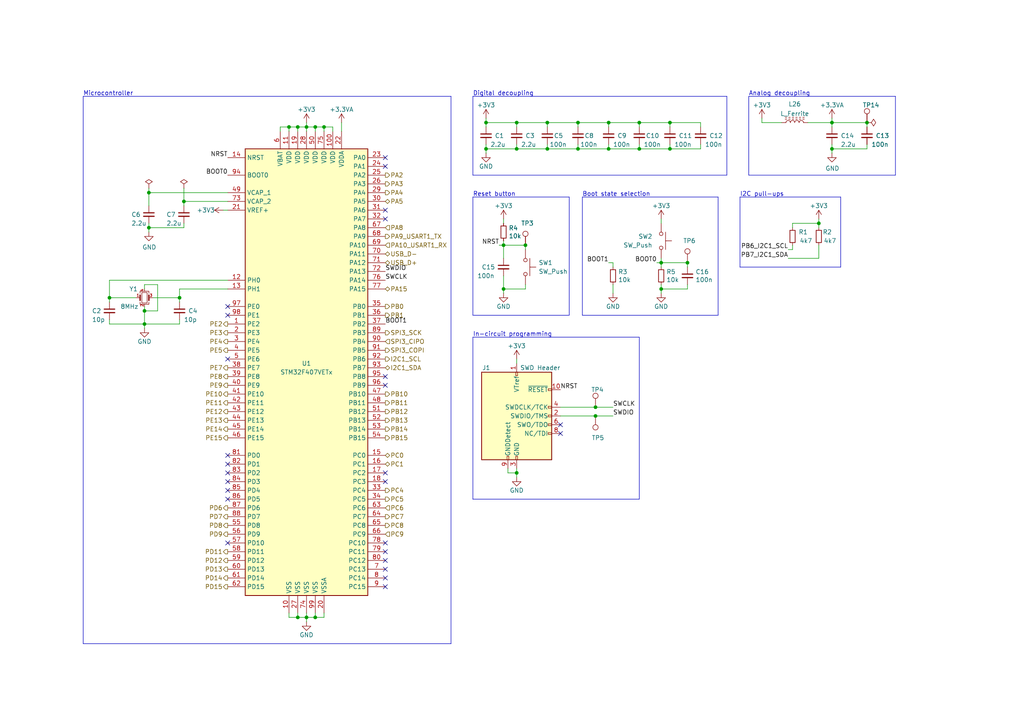
<source format=kicad_sch>
(kicad_sch (version 20230121) (generator eeschema)
  (paper "A4")
  (title_block (title "LumenPnP Motherboard") (date "2023-07-30") (rev "005") (company "Opulo"))
  (lib_symbols
    (symbol "Connector:Conn_ARM_JTAG_SWD_10" (pin_names (offset 1.016))
      (property "Reference" "J" (at -2.54 16.51 0))
      (property "Value" "Conn_ARM_JTAG_SWD_10" (at -2.54 13.97 0))
      (symbol "Conn_ARM_JTAG_SWD_10_0_1"
        (rectangle (start -10.16 12.7) (end 10.16 -12.7) (stroke (width 0.254)) (fill (type background)))
        (rectangle (start -2.794 -12.7) (end -2.286 -11.684))
        (rectangle (start -0.254 -12.7) (end 0.254 -11.684))
        (rectangle (start -0.254 12.7) (end 0.254 11.684))
        (rectangle (start 9.144 2.286) (end 10.16 2.794))
        (rectangle (start 10.16 -2.794) (end 9.144 -2.286))
        (rectangle (start 10.16 -0.254) (end 9.144 0.254))
        (rectangle (start 10.16 7.874) (end 9.144 7.366))
      )
      (symbol "Conn_ARM_JTAG_SWD_10_1_1"
        (rectangle (start 9.144 -5.334) (end 10.16 -4.826))
        (pin power_in line (at 0 15.24 270) (length 2.54) (name "VTref") (number "1"))
        (pin open_collector line (at 12.7 7.62 180) (length 2.54) (name "~{RESET}") (number "10"))
        (pin bidirectional line (at 12.7 0 180) (length 2.54) (name "SWDIO/TMS") (number "2"))
        (pin power_in line (at 0 -15.24 90) (length 2.54) (name "GND") (number "3"))
        (pin output line (at 12.7 2.54 180) (length 2.54) (name "SWDCLK/TCK") (number "4"))
        (pin passive line (at 0 -15.24 90) (length 2.54) hide (name "GND") (number "5"))
        (pin input line (at 12.7 -2.54 180) (length 2.54) (name "SWO/TDO") (number "6"))
        (pin no_connect line (at -10.16 0 0) (length 2.54) hide (name "KEY") (number "7"))
        (pin output line (at 12.7 -5.08 180) (length 2.54) (name "NC/TDI") (number "8"))
        (pin passive line (at -2.54 -15.24 90) (length 2.54) (name "GNDDetect") (number "9"))
      )
    )
    (symbol "Connector:TestPoint" (pin_numbers hide) (pin_names (offset 0.762) hide)
      (property "Reference" "TP" (at 0 6.858 0))
      (property "Value" "TestPoint" (at 0 5.08 0))
      (symbol "TestPoint_0_1"
        (circle (center 0 3.302) (radius 0.762))
      )
      (symbol "TestPoint_1_1"
        (pin passive line (at 0 0 90) (length 2.54) (name "1") (number "1"))
      )
    )
    (symbol "Device:C_Small" (pin_numbers hide) (pin_names (offset 0.254) hide)
      (property "Reference" "C" (at 0.254 1.778 0))
      (property "Value" "C_Small" (at 0.254 -2.032 0))
      (symbol "C_Small_0_1"
        (polyline (pts (xy -1.524 -0.508) (xy 1.524 -0.508)) (stroke (width 0.3302)))
        (polyline (pts (xy -1.524 0.508) (xy 1.524 0.508)) (stroke (width 0.3048)))
      )
      (symbol "C_Small_1_1"
        (pin passive line (at 0 2.54 270) (length 2.032) (name "~") (number "1"))
        (pin passive line (at 0 -2.54 90) (length 2.032) (name "~") (number "2"))
      )
    )
    (symbol "Device:Crystal_GND24_Small" (pin_names (offset 1.016) hide)
      (property "Reference" "Y" (at 1.27 4.445 0))
      (property "Value" "Crystal_GND24_Small" (at 1.27 2.54 0))
      (symbol "Crystal_GND24_Small_0_1"
        (rectangle (start -0.762 -1.524) (end 0.762 1.524))
        (polyline (pts (xy -1.27 -0.762) (xy -1.27 0.762)) (stroke (width 0.381)))
        (polyline (pts (xy 1.27 -0.762) (xy 1.27 0.762)) (stroke (width 0.381)))
        (polyline (pts (xy -1.27 -1.27) (xy -1.27 -1.905) (xy 1.27 -1.905) (xy 1.27 -1.27)))
        (polyline (pts (xy -1.27 1.27) (xy -1.27 1.905) (xy 1.27 1.905) (xy 1.27 1.27)))
      )
      (symbol "Crystal_GND24_Small_1_1"
        (pin passive line (at -2.54 0 0) (length 1.27) (name "1") (number "1"))
        (pin passive line (at 0 -2.54 90) (length 0.635) (name "2") (number "2"))
        (pin passive line (at 2.54 0 180) (length 1.27) (name "3") (number "3"))
        (pin passive line (at 0 2.54 270) (length 0.635) (name "4") (number "4"))
      )
    )
    (symbol "Device:L_Ferrite" (pin_numbers hide) (pin_names (offset 1.016) hide)
      (property "Reference" "L" (at -1.27 0 90))
      (property "Value" "L_Ferrite" (at 2.794 0 90))
      (symbol "L_Ferrite_0_1"
        (arc (start 0 -2.54) (mid 0.6323 -1.905) (end 0 -1.27))
        (arc (start 0 -1.27) (mid 0.6323 -0.635) (end 0 0))
        (polyline (pts (xy 1.016 -2.794) (xy 1.016 -2.286)))
        (polyline (pts (xy 1.016 -1.778) (xy 1.016 -1.27)))
        (polyline (pts (xy 1.016 -0.762) (xy 1.016 -0.254)))
        (polyline (pts (xy 1.016 0.254) (xy 1.016 0.762)))
        (polyline (pts (xy 1.016 1.27) (xy 1.016 1.778)))
        (polyline (pts (xy 1.016 2.286) (xy 1.016 2.794)))
        (polyline (pts (xy 1.524 -2.286) (xy 1.524 -2.794)))
        (polyline (pts (xy 1.524 -1.27) (xy 1.524 -1.778)))
        (polyline (pts (xy 1.524 -0.254) (xy 1.524 -0.762)))
        (polyline (pts (xy 1.524 0.762) (xy 1.524 0.254)))
        (polyline (pts (xy 1.524 1.778) (xy 1.524 1.27)))
        (polyline (pts (xy 1.524 2.794) (xy 1.524 2.286)))
        (arc (start 0 0) (mid 0.6323 0.635) (end 0 1.27))
        (arc (start 0 1.27) (mid 0.6323 1.905) (end 0 2.54))
      )
      (symbol "L_Ferrite_1_1"
        (pin passive line (at 0 3.81 270) (length 1.27) (name "1") (number "1"))
        (pin passive line (at 0 -3.81 90) (length 1.27) (name "2") (number "2"))
      )
    )
    (symbol "Device:R_Small" (pin_numbers hide) (pin_names (offset 0.254) hide)
      (property "Reference" "R" (at 0.762 0.508 0))
      (property "Value" "R_Small" (at 0.762 -1.016 0))
      (symbol "R_Small_0_1"
        (rectangle (start -0.762 1.778) (end 0.762 -1.778) (stroke (width 0.2032)))
      )
      (symbol "R_Small_1_1"
        (pin passive line (at 0 2.54 270) (length 0.762) (name "~") (number "1"))
        (pin passive line (at 0 -2.54 90) (length 0.762) (name "~") (number "2"))
      )
    )
    (symbol "MCU_ST_STM32F4:STM32F407VETx"
      (property "Reference" "U" (at -17.78 64.77 0))
      (property "Value" "STM32F407VETx" (at 12.7 64.77 0))
      (symbol "STM32F407VETx_0_1"
        (rectangle (start -17.78 -66.04) (end 17.78 63.5) (stroke (width 0.254)) (fill (type background)))
      )
      (symbol "STM32F407VETx_1_1"
        (pin bidirectional line (at -22.86 12.7 0) (length 5.08) (name "PE2") (number "1"))
        (pin power_in line (at -5.08 -71.12 90) (length 5.08) (name "VSS") (number "10"))
        (pin power_in line (at 7.62 68.58 270) (length 5.08) (name "VDD") (number "100"))
        (pin power_in line (at -5.08 68.58 270) (length 5.08) (name "VDD") (number "11"))
        (pin input line (at -22.86 25.4 0) (length 5.08) (name "PH0") (number "12"))
        (pin input line (at -22.86 22.86 0) (length 5.08) (name "PH1") (number "13"))
        (pin input line (at -22.86 60.96 0) (length 5.08) (name "NRST") (number "14"))
        (pin bidirectional line (at 22.86 -25.4 180) (length 5.08) (name "PC0") (number "15"))
        (pin bidirectional line (at 22.86 -27.94 180) (length 5.08) (name "PC1") (number "16"))
        (pin bidirectional line (at 22.86 -30.48 180) (length 5.08) (name "PC2") (number "17"))
        (pin bidirectional line (at 22.86 -33.02 180) (length 5.08) (name "PC3") (number "18"))
        (pin power_in line (at -2.54 68.58 270) (length 5.08) (name "VDD") (number "19"))
        (pin bidirectional line (at -22.86 10.16 0) (length 5.08) (name "PE3") (number "2"))
        (pin power_in line (at 5.08 -71.12 90) (length 5.08) (name "VSSA") (number "20"))
        (pin power_in line (at -22.86 45.72 0) (length 5.08) (name "VREF+") (number "21"))
        (pin power_in line (at 10.16 68.58 270) (length 5.08) (name "VDDA") (number "22"))
        (pin bidirectional line (at 22.86 60.96 180) (length 5.08) (name "PA0") (number "23"))
        (pin bidirectional line (at 22.86 58.42 180) (length 5.08) (name "PA1") (number "24"))
        (pin bidirectional line (at 22.86 55.88 180) (length 5.08) (name "PA2") (number "25"))
        (pin bidirectional line (at 22.86 53.34 180) (length 5.08) (name "PA3") (number "26"))
        (pin power_in line (at -2.54 -71.12 90) (length 5.08) (name "VSS") (number "27"))
        (pin power_in line (at 0 68.58 270) (length 5.08) (name "VDD") (number "28"))
        (pin bidirectional line (at 22.86 50.8 180) (length 5.08) (name "PA4") (number "29"))
        (pin bidirectional line (at -22.86 7.62 0) (length 5.08) (name "PE4") (number "3"))
        (pin bidirectional line (at 22.86 48.26 180) (length 5.08) (name "PA5") (number "30"))
        (pin bidirectional line (at 22.86 45.72 180) (length 5.08) (name "PA6") (number "31"))
        (pin bidirectional line (at 22.86 43.18 180) (length 5.08) (name "PA7") (number "32"))
        (pin bidirectional line (at 22.86 -35.56 180) (length 5.08) (name "PC4") (number "33"))
        (pin bidirectional line (at 22.86 -38.1 180) (length 5.08) (name "PC5") (number "34"))
        (pin bidirectional line (at 22.86 17.78 180) (length 5.08) (name "PB0") (number "35"))
        (pin bidirectional line (at 22.86 15.24 180) (length 5.08) (name "PB1") (number "36"))
        (pin bidirectional line (at 22.86 12.7 180) (length 5.08) (name "PB2") (number "37"))
        (pin bidirectional line (at -22.86 0 0) (length 5.08) (name "PE7") (number "38"))
        (pin bidirectional line (at -22.86 -2.54 0) (length 5.08) (name "PE8") (number "39"))
        (pin bidirectional line (at -22.86 5.08 0) (length 5.08) (name "PE5") (number "4"))
        (pin bidirectional line (at -22.86 -5.08 0) (length 5.08) (name "PE9") (number "40"))
        (pin bidirectional line (at -22.86 -7.62 0) (length 5.08) (name "PE10") (number "41"))
        (pin bidirectional line (at -22.86 -10.16 0) (length 5.08) (name "PE11") (number "42"))
        (pin bidirectional line (at -22.86 -12.7 0) (length 5.08) (name "PE12") (number "43"))
        (pin bidirectional line (at -22.86 -15.24 0) (length 5.08) (name "PE13") (number "44"))
        (pin bidirectional line (at -22.86 -17.78 0) (length 5.08) (name "PE14") (number "45"))
        (pin bidirectional line (at -22.86 -20.32 0) (length 5.08) (name "PE15") (number "46"))
        (pin bidirectional line (at 22.86 -7.62 180) (length 5.08) (name "PB10") (number "47"))
        (pin bidirectional line (at 22.86 -10.16 180) (length 5.08) (name "PB11") (number "48"))
        (pin power_in line (at -22.86 50.8 0) (length 5.08) (name "VCAP_1") (number "49"))
        (pin bidirectional line (at -22.86 2.54 0) (length 5.08) (name "PE6") (number "5"))
        (pin power_in line (at 2.54 68.58 270) (length 5.08) (name "VDD") (number "50"))
        (pin bidirectional line (at 22.86 -12.7 180) (length 5.08) (name "PB12") (number "51"))
        (pin bidirectional line (at 22.86 -15.24 180) (length 5.08) (name "PB13") (number "52"))
        (pin bidirectional line (at 22.86 -17.78 180) (length 5.08) (name "PB14") (number "53"))
        (pin bidirectional line (at 22.86 -20.32 180) (length 5.08) (name "PB15") (number "54"))
        (pin bidirectional line (at -22.86 -45.72 0) (length 5.08) (name "PD8") (number "55"))
        (pin bidirectional line (at -22.86 -48.26 0) (length 5.08) (name "PD9") (number "56"))
        (pin bidirectional line (at -22.86 -50.8 0) (length 5.08) (name "PD10") (number "57"))
        (pin bidirectional line (at -22.86 -53.34 0) (length 5.08) (name "PD11") (number "58"))
        (pin bidirectional line (at -22.86 -55.88 0) (length 5.08) (name "PD12") (number "59"))
        (pin power_in line (at -7.62 68.58 270) (length 5.08) (name "VBAT") (number "6"))
        (pin bidirectional line (at -22.86 -58.42 0) (length 5.08) (name "PD13") (number "60"))
        (pin bidirectional line (at -22.86 -60.96 0) (length 5.08) (name "PD14") (number "61"))
        (pin bidirectional line (at -22.86 -63.5 0) (length 5.08) (name "PD15") (number "62"))
        (pin bidirectional line (at 22.86 -40.64 180) (length 5.08) (name "PC6") (number "63"))
        (pin bidirectional line (at 22.86 -43.18 180) (length 5.08) (name "PC7") (number "64"))
        (pin bidirectional line (at 22.86 -45.72 180) (length 5.08) (name "PC8") (number "65"))
        (pin bidirectional line (at 22.86 -48.26 180) (length 5.08) (name "PC9") (number "66"))
        (pin bidirectional line (at 22.86 40.64 180) (length 5.08) (name "PA8") (number "67"))
        (pin bidirectional line (at 22.86 38.1 180) (length 5.08) (name "PA9") (number "68"))
        (pin bidirectional line (at 22.86 35.56 180) (length 5.08) (name "PA10") (number "69"))
        (pin bidirectional line (at 22.86 -58.42 180) (length 5.08) (name "PC13") (number "7"))
        (pin bidirectional line (at 22.86 33.02 180) (length 5.08) (name "PA11") (number "70"))
        (pin bidirectional line (at 22.86 30.48 180) (length 5.08) (name "PA12") (number "71"))
        (pin bidirectional line (at 22.86 27.94 180) (length 5.08) (name "PA13") (number "72"))
        (pin power_in line (at -22.86 48.26 0) (length 5.08) (name "VCAP_2") (number "73"))
        (pin power_in line (at 0 -71.12 90) (length 5.08) (name "VSS") (number "74"))
        (pin power_in line (at 5.08 68.58 270) (length 5.08) (name "VDD") (number "75"))
        (pin bidirectional line (at 22.86 25.4 180) (length 5.08) (name "PA14") (number "76"))
        (pin bidirectional line (at 22.86 22.86 180) (length 5.08) (name "PA15") (number "77"))
        (pin bidirectional line (at 22.86 -50.8 180) (length 5.08) (name "PC10") (number "78"))
        (pin bidirectional line (at 22.86 -53.34 180) (length 5.08) (name "PC11") (number "79"))
        (pin bidirectional line (at 22.86 -60.96 180) (length 5.08) (name "PC14") (number "8"))
        (pin bidirectional line (at 22.86 -55.88 180) (length 5.08) (name "PC12") (number "80"))
        (pin bidirectional line (at -22.86 -25.4 0) (length 5.08) (name "PD0") (number "81"))
        (pin bidirectional line (at -22.86 -27.94 0) (length 5.08) (name "PD1") (number "82"))
        (pin bidirectional line (at -22.86 -30.48 0) (length 5.08) (name "PD2") (number "83"))
        (pin bidirectional line (at -22.86 -33.02 0) (length 5.08) (name "PD3") (number "84"))
        (pin bidirectional line (at -22.86 -35.56 0) (length 5.08) (name "PD4") (number "85"))
        (pin bidirectional line (at -22.86 -38.1 0) (length 5.08) (name "PD5") (number "86"))
        (pin bidirectional line (at -22.86 -40.64 0) (length 5.08) (name "PD6") (number "87"))
        (pin bidirectional line (at -22.86 -43.18 0) (length 5.08) (name "PD7") (number "88"))
        (pin bidirectional line (at 22.86 10.16 180) (length 5.08) (name "PB3") (number "89"))
        (pin bidirectional line (at 22.86 -63.5 180) (length 5.08) (name "PC15") (number "9"))
        (pin bidirectional line (at 22.86 7.62 180) (length 5.08) (name "PB4") (number "90"))
        (pin bidirectional line (at 22.86 5.08 180) (length 5.08) (name "PB5") (number "91"))
        (pin bidirectional line (at 22.86 2.54 180) (length 5.08) (name "PB6") (number "92"))
        (pin bidirectional line (at 22.86 0 180) (length 5.08) (name "PB7") (number "93"))
        (pin input line (at -22.86 55.88 0) (length 5.08) (name "BOOT0") (number "94"))
        (pin bidirectional line (at 22.86 -2.54 180) (length 5.08) (name "PB8") (number "95"))
        (pin bidirectional line (at 22.86 -5.08 180) (length 5.08) (name "PB9") (number "96"))
        (pin bidirectional line (at -22.86 17.78 0) (length 5.08) (name "PE0") (number "97"))
        (pin bidirectional line (at -22.86 15.24 0) (length 5.08) (name "PE1") (number "98"))
        (pin power_in line (at 2.54 -71.12 90) (length 5.08) (name "VSS") (number "99"))
      )
    )
    (symbol "Switch:SW_Push" (pin_numbers hide) (pin_names (offset 1.016) hide)
      (property "Reference" "SW" (at 1.27 2.54 0))
      (property "Value" "SW_Push" (at 0 -1.524 0))
      (symbol "SW_Push_0_1"
        (circle (center -2.032 0) (radius 0.508))
        (polyline (pts (xy 0 1.27) (xy 0 3.048)))
        (polyline (pts (xy 2.54 1.27) (xy -2.54 1.27)))
        (circle (center 2.032 0) (radius 0.508))
        (pin passive line (at -5.08 0 0) (length 2.54) (name "1") (number "1"))
        (pin passive line (at 5.08 0 180) (length 2.54) (name "2") (number "2"))
      )
    )
    (symbol "power:+3.3V" (power) (pin_names (offset 0))
      (property "Value" "+3.3V" (at 0 3.556 0))
      (symbol "+3.3V_0_1"
        (polyline (pts (xy -0.762 1.27) (xy 0 2.54)))
        (polyline (pts (xy 0 0) (xy 0 2.54)))
        (polyline (pts (xy 0 2.54) (xy 0.762 1.27)))
      )
      (symbol "+3.3V_1_1"
        (pin power_in line (at 0 0 90) (length 0) hide (name "+3V3") (number "1"))
      )
    )
    (symbol "power:+3.3VA" (power) (pin_names (offset 0))
      (property "Value" "+3.3VA" (at 0 3.556 0))
      (symbol "+3.3VA_0_1"
        (polyline (pts (xy -0.762 1.27) (xy 0 2.54)))
        (polyline (pts (xy 0 0) (xy 0 2.54)))
        (polyline (pts (xy 0 2.54) (xy 0.762 1.27)))
      )
      (symbol "+3.3VA_1_1"
        (pin power_in line (at 0 0 90) (length 0) hide (name "+3.3VA") (number "1"))
      )
    )
    (symbol "power:+3V3" (power) (pin_names (offset 0))
      (property "Value" "+3V3" (at 0 3.556 0))
      (symbol "+3V3_0_1"
        (polyline (pts (xy -0.762 1.27) (xy 0 2.54)))
        (polyline (pts (xy 0 0) (xy 0 2.54)))
        (polyline (pts (xy 0 2.54) (xy 0.762 1.27)))
      )
      (symbol "+3V3_1_1"
        (pin power_in line (at 0 0 90) (length 0) hide (name "+3V3") (number "1"))
      )
    )
    (symbol "power:GND" (power) (pin_names (offset 0))
      (property "Value" "GND" (at 0 -3.81 0))
      (symbol "GND_0_1"
        (polyline (pts (xy 0 0) (xy 0 -1.27) (xy 1.27 -1.27) (xy 0 -2.54) (xy -1.27 -1.27) (xy 0 -1.27)))
      )
      (symbol "GND_1_1"
        (pin power_in line (at 0 0 270) (length 0) hide (name "GND") (number "1"))
      )
    )
    (symbol "power:PWR_FLAG" (power) (pin_numbers hide) (pin_names (offset 0) hide)
      (property "Value" "PWR_FLAG" (at 0 3.81 0))
      (symbol "PWR_FLAG_0_0"
        (pin power_out line (at 0 0 90) (length 0) (name "pwr") (number "1"))
      )
      (symbol "PWR_FLAG_0_1"
        (polyline (pts (xy 0 0) (xy 0 1.27) (xy -1.016 1.905) (xy 0 2.54) (xy 1.016 1.905) (xy 0 1.27)))
      )
    )
  )
  (junction (at 167.64 43.18))
  (junction (at 241.3 35.56))
  (junction (at 172.72 118.11))
  (junction (at 185.42 43.18))
  (junction (at 91.44 179.07))
  (junction (at 237.49 64.77))
  (junction (at 88.9 179.07))
  (junction (at 191.77 76.2))
  (junction (at 31.75 86.36))
  (junction (at 41.91 93.98))
  (junction (at 146.05 83.82))
  (junction (at 53.34 58.42))
  (junction (at 199.39 76.2))
  (junction (at 241.3 43.18))
  (junction (at 167.64 35.56))
  (junction (at 158.75 35.56))
  (junction (at 172.72 120.65))
  (junction (at 191.77 83.82))
  (junction (at 43.18 66.04))
  (junction (at 88.9 36.83))
  (junction (at 86.36 179.07))
  (junction (at 43.18 55.88))
  (junction (at 149.86 137.16))
  (junction (at 149.86 35.56))
  (junction (at 176.53 35.56))
  (junction (at 86.36 36.83))
  (junction (at 140.97 43.18))
  (junction (at 52.07 86.36))
  (junction (at 93.98 36.83))
  (junction (at 194.31 43.18))
  (junction (at 149.86 43.18))
  (junction (at 83.82 36.83))
  (junction (at 41.91 90.17))
  (junction (at 146.05 71.12))
  (junction (at 91.44 36.83))
  (junction (at 140.97 35.56))
  (junction (at 152.4 71.12))
  (junction (at 185.42 35.56))
  (junction (at 158.75 43.18))
  (junction (at 194.31 35.56))
  (junction (at 251.46 35.56))
  (junction (at 176.53 43.18))
  (no_connect (at 162.56 123.19))
  (no_connect (at 66.04 157.48))
  (no_connect (at 66.04 134.62))
  (no_connect (at 66.04 142.24))
  (no_connect (at 66.04 137.16))
  (no_connect (at 66.04 144.78))
  (no_connect (at 66.04 104.14))
  (no_connect (at 66.04 91.44))
  (no_connect (at 111.76 137.16))
  (no_connect (at 111.76 162.56))
  (no_connect (at 111.76 165.1))
  (no_connect (at 111.76 111.76))
  (no_connect (at 111.76 139.7))
  (no_connect (at 66.04 132.08))
  (no_connect (at 66.04 88.9))
  (no_connect (at 111.76 63.5))
  (no_connect (at 111.76 60.96))
  (no_connect (at 162.56 125.73))
  (no_connect (at 111.76 160.02))
  (no_connect (at 111.76 45.72))
  (no_connect (at 111.76 48.26))
  (no_connect (at 111.76 167.64))
  (no_connect (at 66.04 139.7))
  (no_connect (at 111.76 170.18))
  (no_connect (at 111.76 109.22))
  (no_connect (at 111.76 157.48))
  (wire (pts (xy 203.2 41.91) (xy 203.2 43.18)))
  (wire (pts (xy 149.86 35.56) (xy 158.75 35.56)))
  (wire (pts (xy 93.98 179.07) (xy 93.98 177.8)))
  (wire (pts (xy 203.2 35.56) (xy 203.2 36.83)))
  (wire (pts (xy 140.97 43.18) (xy 140.97 41.91)))
  (wire (pts (xy 31.75 87.63) (xy 31.75 86.36)))
  (wire (pts (xy 191.77 74.93) (xy 191.77 76.2)))
  (wire (pts (xy 140.97 36.83) (xy 140.97 35.56)))
  (polyline (pts (xy 185.42 97.79) (xy 185.42 144.78)))
  (polyline (pts (xy 210.82 27.94) (xy 210.82 50.8)))
  (wire (pts (xy 172.72 118.11) (xy 162.56 118.11)))
  (wire (pts (xy 167.64 35.56) (xy 167.64 36.83)))
  (polyline (pts (xy 208.28 57.15) (xy 208.28 91.44)))
  (wire (pts (xy 66.04 83.82) (xy 52.07 83.82)))
  (wire (pts (xy 220.98 35.56) (xy 226.695 35.56)))
  (wire (pts (xy 190.5 76.2) (xy 191.77 76.2)))
  (wire (pts (xy 41.91 82.55) (xy 45.72 82.55)))
  (wire (pts (xy 88.9 177.8) (xy 88.9 179.07)))
  (polyline (pts (xy 137.16 97.79) (xy 137.16 144.78)))
  (wire (pts (xy 45.72 82.55) (xy 45.72 90.17)))
  (wire (pts (xy 96.52 36.83) (xy 96.52 38.1)))
  (wire (pts (xy 241.3 36.83) (xy 241.3 35.56)))
  (wire (pts (xy 99.06 35.56) (xy 99.06 38.1)))
  (polyline (pts (xy 259.715 27.94) (xy 259.715 50.8)))
  (polyline (pts (xy 24.13 27.94) (xy 130.81 27.94)))
  (wire (pts (xy 172.72 120.65) (xy 162.56 120.65)))
  (polyline (pts (xy 214.63 57.15) (xy 214.63 77.47)))
  (wire (pts (xy 220.98 34.29) (xy 220.98 35.56)))
  (wire (pts (xy 41.91 93.98) (xy 41.91 95.25)))
  (wire (pts (xy 149.86 35.56) (xy 149.86 36.83)))
  (wire (pts (xy 52.07 92.71) (xy 52.07 93.98)))
  (wire (pts (xy 251.46 35.56) (xy 251.46 36.83)))
  (wire (pts (xy 199.39 83.82) (xy 199.39 82.55)))
  (polyline (pts (xy 208.28 91.44) (xy 168.91 91.44)))
  (wire (pts (xy 140.97 35.56) (xy 149.86 35.56)))
  (wire (pts (xy 147.32 137.16) (xy 149.86 137.16)))
  (wire (pts (xy 251.46 43.18) (xy 241.3 43.18)))
  (polyline (pts (xy 168.91 57.15) (xy 208.28 57.15)))
  (wire (pts (xy 152.4 83.82) (xy 152.4 82.55)))
  (wire (pts (xy 31.75 92.71) (xy 31.75 93.98)))
  (wire (pts (xy 158.75 43.18) (xy 158.75 41.91)))
  (wire (pts (xy 31.75 93.98) (xy 41.91 93.98)))
  (wire (pts (xy 91.44 36.83) (xy 91.44 38.1)))
  (wire (pts (xy 83.82 36.83) (xy 83.82 38.1)))
  (polyline (pts (xy 217.17 27.94) (xy 259.715 27.94)))
  (wire (pts (xy 152.4 72.39) (xy 152.4 71.12)))
  (wire (pts (xy 185.42 35.56) (xy 185.42 36.83)))
  (wire (pts (xy 146.05 83.82) (xy 152.4 83.82)))
  (wire (pts (xy 149.86 137.16) (xy 149.86 135.89)))
  (polyline (pts (xy 137.16 57.15) (xy 137.16 91.44)))
  (wire (pts (xy 88.9 36.83) (xy 91.44 36.83)))
  (wire (pts (xy 43.18 66.04) (xy 53.34 66.04)))
  (wire (pts (xy 53.34 64.77) (xy 53.34 66.04)))
  (wire (pts (xy 237.49 64.77) (xy 237.49 66.04)))
  (wire (pts (xy 228.6 72.39) (xy 229.87 72.39)))
  (wire (pts (xy 86.36 177.8) (xy 86.36 179.07)))
  (polyline (pts (xy 243.84 57.15) (xy 243.84 77.47)))
  (wire (pts (xy 53.34 58.42) (xy 66.04 58.42)))
  (wire (pts (xy 88.9 179.07) (xy 88.9 180.34)))
  (polyline (pts (xy 185.42 144.78) (xy 137.16 144.78)))
  (wire (pts (xy 43.18 64.77) (xy 43.18 66.04)))
  (wire (pts (xy 81.28 36.83) (xy 83.82 36.83)))
  (polyline (pts (xy 130.81 186.69) (xy 24.13 186.69)))
  (polyline (pts (xy 137.16 57.15) (xy 165.1 57.15)))
  (wire (pts (xy 146.05 80.01) (xy 146.05 83.82)))
  (polyline (pts (xy 259.715 50.8) (xy 217.17 50.8)))
  (wire (pts (xy 149.86 104.14) (xy 149.86 105.41)))
  (wire (pts (xy 146.05 71.12) (xy 146.05 74.93)))
  (wire (pts (xy 83.82 177.8) (xy 83.82 179.07)))
  (wire (pts (xy 81.28 38.1) (xy 81.28 36.83)))
  (wire (pts (xy 43.18 55.88) (xy 66.04 55.88)))
  (polyline (pts (xy 214.63 57.15) (xy 243.84 57.15)))
  (wire (pts (xy 167.64 35.56) (xy 176.53 35.56)))
  (wire (pts (xy 241.3 43.18) (xy 241.3 41.91)))
  (wire (pts (xy 228.6 74.93) (xy 237.49 74.93)))
  (wire (pts (xy 191.77 76.2) (xy 199.39 76.2)))
  (wire (pts (xy 146.05 71.12) (xy 146.05 69.85)))
  (wire (pts (xy 88.9 35.56) (xy 88.9 36.83)))
  (wire (pts (xy 52.07 83.82) (xy 52.07 86.36)))
  (wire (pts (xy 43.18 55.88) (xy 43.18 59.69)))
  (wire (pts (xy 31.75 86.36) (xy 39.37 86.36)))
  (wire (pts (xy 41.91 83.82) (xy 41.91 82.55)))
  (wire (pts (xy 194.31 35.56) (xy 194.31 36.83)))
  (wire (pts (xy 176.53 35.56) (xy 176.53 36.83)))
  (wire (pts (xy 149.86 43.18) (xy 140.97 43.18)))
  (wire (pts (xy 86.36 36.83) (xy 88.9 36.83)))
  (wire (pts (xy 91.44 179.07) (xy 93.98 179.07)))
  (wire (pts (xy 43.18 54.61) (xy 43.18 55.88)))
  (wire (pts (xy 241.3 43.18) (xy 241.3 44.45)))
  (wire (pts (xy 177.8 76.2) (xy 177.8 77.47)))
  (wire (pts (xy 203.2 43.18) (xy 194.31 43.18)))
  (wire (pts (xy 83.82 36.83) (xy 86.36 36.83)))
  (wire (pts (xy 53.34 54.61) (xy 53.34 58.42)))
  (wire (pts (xy 241.3 35.56) (xy 251.46 35.56)))
  (wire (pts (xy 149.86 43.18) (xy 149.86 41.91)))
  (polyline (pts (xy 165.1 91.44) (xy 165.1 57.15)))
  (wire (pts (xy 229.87 64.77) (xy 229.87 66.04)))
  (wire (pts (xy 176.53 76.2) (xy 177.8 76.2)))
  (wire (pts (xy 191.77 63.5) (xy 191.77 64.77)))
  (wire (pts (xy 88.9 36.83) (xy 88.9 38.1)))
  (wire (pts (xy 191.77 82.55) (xy 191.77 83.82)))
  (wire (pts (xy 44.45 86.36) (xy 52.07 86.36)))
  (wire (pts (xy 91.44 177.8) (xy 91.44 179.07)))
  (wire (pts (xy 167.64 43.18) (xy 158.75 43.18)))
  (wire (pts (xy 31.75 81.28) (xy 31.75 86.36)))
  (wire (pts (xy 93.98 36.83) (xy 93.98 38.1)))
  (wire (pts (xy 251.46 41.91) (xy 251.46 43.18)))
  (polyline (pts (xy 217.17 27.94) (xy 217.17 50.8)))
  (polyline (pts (xy 168.91 57.15) (xy 168.91 91.44)))
  (wire (pts (xy 185.42 35.56) (xy 194.31 35.56)))
  (wire (pts (xy 53.34 58.42) (xy 53.34 59.69)))
  (wire (pts (xy 146.05 63.5) (xy 146.05 64.77)))
  (polyline (pts (xy 243.84 77.47) (xy 214.63 77.47)))
  (wire (pts (xy 237.49 63.5) (xy 237.49 64.77)))
  (wire (pts (xy 237.49 71.12) (xy 237.49 74.93)))
  (wire (pts (xy 147.32 137.16) (xy 147.32 135.89)))
  (wire (pts (xy 194.31 43.18) (xy 194.31 41.91)))
  (polyline (pts (xy 137.16 91.44) (xy 165.1 91.44)))
  (wire (pts (xy 241.3 34.29) (xy 241.3 35.56)))
  (wire (pts (xy 88.9 179.07) (xy 91.44 179.07)))
  (wire (pts (xy 86.36 179.07) (xy 88.9 179.07)))
  (wire (pts (xy 86.36 36.83) (xy 86.36 38.1)))
  (wire (pts (xy 52.07 86.36) (xy 52.07 87.63)))
  (wire (pts (xy 234.315 35.56) (xy 241.3 35.56)))
  (wire (pts (xy 41.91 88.9) (xy 41.91 90.17)))
  (wire (pts (xy 176.53 35.56) (xy 185.42 35.56)))
  (wire (pts (xy 41.91 93.98) (xy 52.07 93.98)))
  (wire (pts (xy 41.91 90.17) (xy 45.72 90.17)))
  (polyline (pts (xy 137.16 97.79) (xy 185.42 97.79)))
  (wire (pts (xy 43.18 66.04) (xy 43.18 67.31)))
  (wire (pts (xy 158.75 35.56) (xy 158.75 36.83)))
  (wire (pts (xy 140.97 43.18) (xy 140.97 44.45)))
  (polyline (pts (xy 137.16 27.94) (xy 210.82 27.94)))
  (wire (pts (xy 191.77 83.82) (xy 199.39 83.82)))
  (wire (pts (xy 199.39 77.47) (xy 199.39 76.2)))
  (wire (pts (xy 152.4 71.12) (xy 146.05 71.12)))
  (wire (pts (xy 185.42 43.18) (xy 185.42 41.91)))
  (wire (pts (xy 140.97 34.29) (xy 140.97 35.56)))
  (wire (pts (xy 194.31 35.56) (xy 203.2 35.56)))
  (wire (pts (xy 177.8 82.55) (xy 177.8 85.09)))
  (wire (pts (xy 185.42 43.18) (xy 176.53 43.18)))
  (wire (pts (xy 91.44 36.83) (xy 93.98 36.83)))
  (wire (pts (xy 144.78 71.12) (xy 146.05 71.12)))
  (wire (pts (xy 176.53 43.18) (xy 167.64 43.18)))
  (wire (pts (xy 41.91 90.17) (xy 41.91 93.98)))
  (wire (pts (xy 167.64 43.18) (xy 167.64 41.91)))
  (wire (pts (xy 191.77 83.82) (xy 191.77 85.09)))
  (polyline (pts (xy 24.13 27.94) (xy 24.13 186.69)))
  (wire (pts (xy 229.87 64.77) (xy 237.49 64.77)))
  (wire (pts (xy 64.77 60.96) (xy 66.04 60.96)))
  (wire (pts (xy 177.8 120.65) (xy 172.72 120.65)))
  (wire (pts (xy 31.75 81.28) (xy 66.04 81.28)))
  (polyline (pts (xy 210.82 50.8) (xy 137.16 50.8)))
  (wire (pts (xy 158.75 35.56) (xy 167.64 35.56)))
  (polyline (pts (xy 130.81 27.94) (xy 130.81 186.69)))
  (wire (pts (xy 194.31 43.18) (xy 185.42 43.18)))
  (wire (pts (xy 191.77 76.2) (xy 191.77 77.47)))
  (wire (pts (xy 93.98 36.83) (xy 96.52 36.83)))
  (wire (pts (xy 177.8 118.11) (xy 172.72 118.11)))
  (wire (pts (xy 83.82 179.07) (xy 86.36 179.07)))
  (wire (pts (xy 149.86 137.16) (xy 149.86 138.43)))
  (wire (pts (xy 176.53 43.18) (xy 176.53 41.91)))
  (polyline (pts (xy 137.16 27.94) (xy 137.16 50.8)))
  (wire (pts (xy 146.05 83.82) (xy 146.05 85.09)))
  (wire (pts (xy 158.75 43.18) (xy 149.86 43.18)))
  (wire (pts (xy 229.87 72.39) (xy 229.87 71.12)))
  (text "Analog decoupling" (at 217.17 27.94 0) (effects (font (size 1.27 1.27)) (justify left bottom)))
  (text "Reset button" (at 137.16 57.15 0) (effects (font (size 1.27 1.27)) (justify left bottom)))
  (text "Microcontroller" (at 24.13 27.94 0) (effects (font (size 1.27 1.27)) (justify left bottom)))
  (text "Boot state selection" (at 168.91 57.15 0) (effects (font (size 1.27 1.27)) (justify left bottom)))
  (text "Digital decoupling" (at 137.16 27.94 0) (effects (font (size 1.27 1.27)) (justify left bottom)))
  (text "In-circuit programming" (at 137.16 97.79 0) (effects (font (size 1.27 1.27)) (justify left bottom)))
  (text "I2C pull-ups" (at 214.63 57.15 0) (effects (font (size 1.27 1.27)) (justify left bottom)))
  (label "BOOT1" (at 176.53 76.2 180))
  (label "SWCLK" (at 111.76 81.28 0))
  (label "SWDIO" (at 111.76 78.74 0))
  (label "BOOT1" (at 111.76 93.98 0))
  (label "NRST" (at 66.04 45.72 180))
  (label "BOOT0" (at 190.5 76.2 180))
  (label "NRST" (at 162.56 113.03 0))
  (label "SWDIO" (at 177.8 120.65 0))
  (label "BOOT0" (at 66.04 50.8 180))
  (label "SWCLK" (at 177.8 118.11 0))
  (label "PB7_I2C1_SDA" (at 228.6 74.93 180))
  (label "PB6_I2C1_SCL" (at 228.6 72.39 180))
  (label "NRST" (at 144.78 71.12 180))
  (hierarchical_label "PE4" (shape output) (at 66.04 99.06 180))
  (hierarchical_label "PE9" (shape output) (at 66.04 111.76 180))
  (hierarchical_label "PB12" (shape output) (at 111.76 119.38 0))
  (hierarchical_label "PC5" (shape output) (at 111.76 144.78 0))
  (hierarchical_label "PB14" (shape output) (at 111.76 124.46 0))
  (hierarchical_label "PC0" (shape bidirectional) (at 111.76 132.08 0))
  (hierarchical_label "PB10" (shape output) (at 111.76 114.3 0))
  (hierarchical_label "PD8" (shape output) (at 66.04 152.4 180))
  (hierarchical_label "PC6" (shape input) (at 111.76 147.32 0))
  (hierarchical_label "PD7" (shape output) (at 66.04 149.86 180))
  (hierarchical_label "PA5" (shape bidirectional) (at 111.76 58.42 0))
  (hierarchical_label "PC4" (shape output) (at 111.76 142.24 0))
  (hierarchical_label "PB1" (shape output) (at 111.76 91.44 0))
  (hierarchical_label "SPI3_COPI" (shape output) (at 111.76 101.6 0))
  (hierarchical_label "SPI3_CIPO" (shape input) (at 111.76 99.06 0))
  (hierarchical_label "PE13" (shape output) (at 66.04 121.92 180))
  (hierarchical_label "PE11" (shape output) (at 66.04 116.84 180))
  (hierarchical_label "PE12" (shape output) (at 66.04 119.38 180))
  (hierarchical_label "PE2" (shape output) (at 66.04 93.98 180))
  (hierarchical_label "PE14" (shape output) (at 66.04 124.46 180))
  (hierarchical_label "PB0" (shape output) (at 111.76 88.9 0))
  (hierarchical_label "PD9" (shape output) (at 66.04 154.94 180))
  (hierarchical_label "PA3" (shape output) (at 111.76 53.34 0))
  (hierarchical_label "PD13" (shape output) (at 66.04 165.1 180))
  (hierarchical_label "PA9_USART1_TX" (shape output) (at 111.76 68.58 0))
  (hierarchical_label "PE3" (shape output) (at 66.04 96.52 180))
  (hierarchical_label "PD15" (shape output) (at 66.04 170.18 180))
  (hierarchical_label "PD14" (shape output) (at 66.04 167.64 180))
  (hierarchical_label "PD6" (shape output) (at 66.04 147.32 180))
  (hierarchical_label "PE7" (shape output) (at 66.04 106.68 180))
  (hierarchical_label "PA15" (shape bidirectional) (at 111.76 83.82 0))
  (hierarchical_label "USB_D+" (shape bidirectional) (at 111.76 76.2 0))
  (hierarchical_label "PC1" (shape bidirectional) (at 111.76 134.62 0))
  (hierarchical_label "PA2" (shape output) (at 111.76 50.8 0))
  (hierarchical_label "USB_D-" (shape bidirectional) (at 111.76 73.66 0))
  (hierarchical_label "PE5" (shape output) (at 66.04 101.6 180))
  (hierarchical_label "PB13" (shape output) (at 111.76 121.92 0))
  (hierarchical_label "PE15" (shape output) (at 66.04 127 180))
  (hierarchical_label "I2C1_SDA" (shape bidirectional) (at 111.76 106.68 0))
  (hierarchical_label "PB15" (shape output) (at 111.76 127 0))
  (hierarchical_label "PC9" (shape input) (at 111.76 154.94 0))
  (hierarchical_label "I2C1_SCL" (shape output) (at 111.76 104.14 0))
  (hierarchical_label "PA4" (shape output) (at 111.76 55.88 0))
  (hierarchical_label "PE8" (shape output) (at 66.04 109.22 180))
  (hierarchical_label "PA8" (shape input) (at 111.76 66.04 0))
  (hierarchical_label "PC8" (shape output) (at 111.76 152.4 0))
  (hierarchical_label "PD11" (shape output) (at 66.04 160.02 180))
  (hierarchical_label "PB11" (shape output) (at 111.76 116.84 0))
  (hierarchical_label "PA10_USART1_RX" (shape input) (at 111.76 71.12 0))
  (hierarchical_label "PE10" (shape output) (at 66.04 114.3 180))
  (hierarchical_label "SPI3_SCK" (shape output) (at 111.76 96.52 0))
  (hierarchical_label "PD12" (shape output) (at 66.04 162.56 180))
  (hierarchical_label "PC7" (shape output) (at 111.76 149.86 0))
  (symbol (lib_id "power:GND") (at 88.9 180.34 0) (unit 1)
    (property "Reference" "#PWR09" (effects hide))
    (property "Value" "GND" (at 88.9 184.15 0))
  )
  (symbol (lib_id "Switch:SW_Push") (at 152.4 77.47 270) (mirror x) (unit 1)
    (property "Reference" "SW1" (at 156.21 76.2 90) (effects (justify left)))
    (property "Value" "SW_Push" (at 156.21 78.74 90) (effects (justify left)))
    (property "Footprint" "Button_Switch_SMD:SW_SPST_B3S-1000" (effects hide))
    (property "Datasheet" "https://omronfs.omron.com/en_US/ecb/products/pdf/en-b3s.pdf" (effects hide))
    (property "JLCPCB" "C83206" (effects hide))
    (property "Digikey" "SW415-ND" (effects hide))
    (property "LCSC" "C83206" (effects hide))
    (property "Mouser" "653-B3S-1000P" (effects hide))
  )
  (symbol (lib_id "Device:R_Small") (at 191.77 80.01 0) (unit 1)
    (property "Reference" "R5" (at 193.2686 78.8416 0) (effects (justify left)))
    (property "Value" "10k" (at 193.2686 81.153 0) (effects (justify left)))
    (property "Footprint" "Resistor_SMD:R_0805_2012Metric" (effects hide))
    (property "Digikey" "RMCF0805FT10K0CT-ND" (effects hide))
    (property "JLCPCB" "C17414" (effects hide))
    (property "LCSC" "C115295" (effects hide))
    (property "Mouser" "71-CRCW080510K0FKEAC" (effects hide))
    (property "Notes" "125mW/1%" (effects hide))
  )
  (symbol (lib_id "Switch:SW_Push") (at 191.77 69.85 270) (mirror x) (unit 1)
    (property "Reference" "SW2" (at 189.23 68.58 90) (effects (justify right)))
    (property "Value" "SW_Push" (at 189.23 71.12 90) (effects (justify right)))
    (property "Footprint" "Button_Switch_SMD:SW_SPST_B3S-1000" (effects hide))
    (property "Datasheet" "https://omronfs.omron.com/en_US/ecb/products/pdf/en-b3s.pdf" (effects hide))
    (property "JLCPCB" "C83206" (effects hide))
    (property "Digikey" "SW415-ND" (effects hide))
    (property "LCSC" "C83206" (effects hide))
    (property "Mouser" "653-B3S-1000P" (effects hide))
  )
  (symbol (lib_id "Connector:TestPoint") (at 199.39 76.2 0) (unit 1)
    (property "Reference" "TP6" (at 198.12 69.85 0) (effects (justify left)))
    (property "Value" "BOOT0_TestPoint" (effects hide))
    (property "Footprint" "TestPoint:TestPoint_Pad_D2.0mm" (effects hide))
  )
  (symbol (lib_id "Device:C_Small") (at 194.31 39.37 0) (unit 1)
    (property "Reference" "C11" (at 196.85 39.37 0) (effects (justify left)))
    (property "Value" "100n" (at 195.58 41.91 0) (effects (justify left)))
    (property "Footprint" "Capacitor_SMD:C_0805_2012Metric" (effects hide))
    (property "Digikey" "1276-1180-1-ND" (effects hide))
    (property "JLCPCB" "C49678" (effects hide))
    (property "LCSC" "C360619" (effects hide))
    (property "Mouser" "581-08055C104K" (effects hide))
    (property "Notes" "50V/10%" (effects hide))
  )
  (symbol (lib_id "Device:C_Small") (at 203.2 39.37 0) (unit 1)
    (property "Reference" "C12" (at 205.74 39.37 0) (effects (justify left)))
    (property "Value" "100n" (at 204.47 41.91 0) (effects (justify left)))
    (property "Footprint" "Capacitor_SMD:C_0805_2012Metric" (effects hide))
    (property "Digikey" "1276-1180-1-ND" (effects hide))
    (property "JLCPCB" "C49678" (effects hide))
    (property "LCSC" "C360619" (effects hide))
    (property "Mouser" "581-08055C104K" (effects hide))
    (property "Notes" "50V/10%" (effects hide))
  )
  (symbol (lib_id "Device:C_Small") (at 140.97 39.37 0) (unit 1)
    (property "Reference" "C1" (at 143.51 39.37 0) (effects (justify left)))
    (property "Value" "2.2u" (at 142.24 41.91 0) (effects (justify left)))
    (property "Footprint" "Capacitor_SMD:C_0805_2012Metric" (effects hide))
    (property "Digikey" "587-4961-1-ND" (effects hide))
    (property "JLCPCB" "C49217" (effects hide))
    (property "LCSC" "C49217" (effects hide))
    (property "Mouser" "963-UMK212ABJ225KG-T" (effects hide))
    (property "Notes" "50V/10%" (effects hide))
  )
  (symbol (lib_id "power:+3.3VA") (at 241.3 34.29 0) (unit 1)
    (property "Reference" "#PWR014" (effects hide))
    (property "Value" "+3.3VA" (at 241.3 30.48 0))
  )
  (symbol (lib_id "power:+3.3V") (at 149.86 104.14 0) (unit 1)
    (property "Reference" "#PWR020" (effects hide))
    (property "Value" "+3.3V" (at 149.86 100.33 0))
  )
  (symbol (lib_id "Device:C_Small") (at 146.05 77.47 0) (unit 1)
    (property "Reference" "C15" (at 139.7 77.47 0) (effects (justify left)))
    (property "Value" "100n" (at 138.43 80.01 0) (effects (justify left)))
    (property "Footprint" "Capacitor_SMD:C_0805_2012Metric" (effects hide))
    (property "Digikey" "1276-1180-1-ND" (effects hide))
    (property "JLCPCB" "C49678" (effects hide))
    (property "LCSC" "C360619" (effects hide))
    (property "Mouser" "581-08055C104K" (effects hide))
    (property "Notes" "50V/10%" (effects hide))
  )
  (symbol (lib_id "Device:C_Small") (at 43.18 62.23 0) (unit 1)
    (property "Reference" "C6" (at 38.1 62.23 0) (effects (justify left)))
    (property "Value" "2.2u" (at 38.1 64.77 0) (effects (justify left)))
    (property "Footprint" "Capacitor_SMD:C_0805_2012Metric" (effects hide))
    (property "Digikey" "587-4961-1-ND" (effects hide))
    (property "JLCPCB" "C49217" (effects hide))
    (property "LCSC" "C49217" (effects hide))
    (property "Mouser" "963-UMK212ABJ225KG-T" (effects hide))
    (property "Notes" "50V/10%" (effects hide))
  )
  (symbol (lib_id "Device:C_Small") (at 167.64 39.37 0) (unit 1)
    (property "Reference" "C8" (at 169.545 39.37 0) (effects (justify left)))
    (property "Value" "100n" (at 168.275 41.91 0) (effects (justify left)))
    (property "Footprint" "Capacitor_SMD:C_0805_2012Metric" (effects hide))
    (property "Digikey" "1276-1180-1-ND" (effects hide))
    (property "JLCPCB" "C49678" (effects hide))
    (property "LCSC" "C360619" (effects hide))
    (property "Mouser" "581-08055C104K" (effects hide))
    (property "Notes" "50V/10%" (effects hide))
  )
  (symbol (lib_id "power:GND") (at 241.3 44.45 0) (unit 1)
    (property "Reference" "#PWR012" (effects hide))
    (property "Value" "GND" (at 241.427 48.8442 0))
  )
  (symbol (lib_id "power:PWR_FLAG") (at 251.46 35.56 270) (unit 1)
    (property "Reference" "#FLG03" (effects hide))
    (property "Value" "PWR_FLAG" (effects hide))
  )
  (symbol (lib_id "Connector:Conn_ARM_JTAG_SWD_10") (at 149.86 120.65 0) (unit 1)
    (property "Reference" "J1" (at 142.24 106.68 0) (effects (justify right)))
    (property "Value" "SWD Header" (at 162.56 106.68 0) (effects (justify right)))
    (property "Footprint" "Connector_PinHeader_1.27mm:PinHeader_2x05_P1.27mm_Vertical_SMD" (effects hide))
    (property "Datasheet" "http://infocenter.arm.com/help/topic/com.arm.doc.ddi0314h/DDI0314H_coresight_components_trm.pdf" (effects hide))
    (property "LCSC" "C150517" (effects hide))
    (property "Config" "+Debug" (effects hide))
  )
  (symbol (lib_id "power:+3.3VA") (at 99.06 35.56 0) (unit 1)
    (property "Reference" "#PWR010" (effects hide))
    (property "Value" "+3.3VA" (at 99.06 31.75 0))
  )
  (symbol (lib_id "power:+3.3V") (at 88.9 35.56 0) (unit 1)
    (property "Reference" "#PWR08" (effects hide))
    (property "Value" "+3.3V" (at 88.9 31.75 0))
  )
  (symbol (lib_id "Connector:TestPoint") (at 152.4 71.12 0) (unit 1)
    (property "Reference" "TP3" (at 151.13 64.77 0) (effects (justify left)))
    (property "Value" "RESET_TestPoint" (effects hide))
    (property "Footprint" "TestPoint:TestPoint_Pad_D2.0mm" (effects hide))
  )
  (symbol (lib_id "Device:C_Small") (at 176.53 39.37 0) (unit 1)
    (property "Reference" "C9" (at 179.07 39.37 0) (effects (justify left)))
    (property "Value" "100n" (at 177.8 41.91 0) (effects (justify left)))
    (property "Footprint" "Capacitor_SMD:C_0805_2012Metric" (effects hide))
    (property "Digikey" "1276-1180-1-ND" (effects hide))
    (property "JLCPCB" "C49678" (effects hide))
    (property "LCSC" "C360619" (effects hide))
    (property "Mouser" "581-08055C104K" (effects hide))
    (property "Notes" "50V/10%" (effects hide))
  )
  (symbol (lib_id "Device:C_Small") (at 185.42 39.37 0) (unit 1)
    (property "Reference" "C10" (at 187.325 39.37 0) (effects (justify left)))
    (property "Value" "100n" (at 186.69 41.91 0) (effects (justify left)))
    (property "Footprint" "Capacitor_SMD:C_0805_2012Metric" (effects hide))
    (property "Digikey" "1276-1180-1-ND" (effects hide))
    (property "JLCPCB" "C49678" (effects hide))
    (property "LCSC" "C360619" (effects hide))
    (property "Mouser" "581-08055C104K" (effects hide))
    (property "Notes" "50V/10%" (effects hide))
  )
  (symbol (lib_id "power:GND") (at 43.18 67.31 0) (unit 1)
    (property "Reference" "#PWR06" (effects hide))
    (property "Value" "GND" (at 43.307 71.7042 0))
  )
  (symbol (lib_id "Device:C_Small") (at 158.75 39.37 0) (unit 1)
    (property "Reference" "C5" (at 160.655 39.37 0) (effects (justify left)))
    (property "Value" "100n" (at 159.385 41.91 0) (effects (justify left)))
    (property "Footprint" "Capacitor_SMD:C_0805_2012Metric" (effects hide))
    (property "Digikey" "1276-1180-1-ND" (effects hide))
    (property "JLCPCB" "C49678" (effects hide))
    (property "LCSC" "C360619" (effects hide))
    (property "Mouser" "581-08055C104K" (effects hide))
    (property "Notes" "50V/10%" (effects hide))
  )
  (symbol (lib_id "Device:C_Small") (at 241.3 39.37 0) (unit 1)
    (property "Reference" "C14" (at 243.84 39.37 0) (effects (justify left)))
    (property "Value" "2.2u" (at 243.84 41.91 0) (effects (justify left)))
    (property "Footprint" "Capacitor_SMD:C_0805_2012Metric" (effects hide))
    (property "Digikey" "587-4961-1-ND" (effects hide))
    (property "JLCPCB" "C49217" (effects hide))
    (property "LCSC" "C49217" (effects hide))
    (property "Mouser" "963-UMK212ABJ225KG-T" (effects hide))
    (property "Notes" "50V/10%" (effects hide))
  )
  (symbol (lib_id "Device:Crystal_GND24_Small") (at 41.91 86.36 0) (unit 1)
    (property "Reference" "Y1" (at 37.465 83.82 0) (effects (justify left)))
    (property "Value" "8MHz" (at 34.925 88.9 0) (effects (justify left)))
    (property "Footprint" "Crystal:Crystal_SMD_3225-4Pin_3.2x2.5mm" (effects hide))
    (property "JLCPCB" "C57131" (effects hide))
    (property "LCSC" "C518155" (effects hide))
    (property "Digikey" "50-ECS-80-10-33-CHN-CT-ND" (effects hide))
    (property "Mouser" "520-ECS-80-1033CHNTR" (effects hide))
    (property "Notes" "±10ppm/10pF" (effects hide))
  )
  (symbol (lib_id "power:GND") (at 140.97 44.45 0) (unit 1)
    (property "Reference" "#PWR02" (effects hide))
    (property "Value" "GND" (at 140.97 48.26 0))
  )
  (symbol (lib_id "power:GND") (at 191.77 85.09 0) (unit 1)
    (property "Reference" "#PWR022" (effects hide))
    (property "Value" "GND" (at 191.77 88.9 0))
  )
  (symbol (lib_id "power:GND") (at 149.86 138.43 0) (unit 1)
    (property "Reference" "#PWR019" (effects hide))
    (property "Value" "GND" (at 149.86 142.24 0))
  )
  (symbol (lib_id "Device:R_Small") (at 229.87 68.58 0) (mirror y) (unit 1)
    (property "Reference" "R1" (at 234.315 67.31 0) (effects (justify left)))
    (property "Value" "4k7" (at 235.585 69.85 0) (effects (justify left)))
    (property "Footprint" "Resistor_SMD:R_0805_2012Metric" (effects hide))
    (property "Digikey" "A129757CT-ND" (effects hide))
    (property "JLCPCB" "C17673" (effects hide))
    (property "LCSC" "C17673" (effects hide))
    (property "Mouser" "71-CRCW08054K70FKEAC" (effects hide))
    (property "Notes" "125mW/1%" (effects hide))
  )
  (symbol (lib_id "Device:R_Small") (at 177.8 80.01 0) (unit 1)
    (property "Reference" "R3" (at 179.2986 78.8416 0) (effects (justify left)))
    (property "Value" "10k" (at 179.2986 81.153 0) (effects (justify left)))
    (property "Footprint" "Resistor_SMD:R_0805_2012Metric" (effects hide))
    (property "Digikey" "RMCF0805FT10K0CT-ND" (effects hide))
    (property "JLCPCB" "C17414" (effects hide))
    (property "LCSC" "C115295" (effects hide))
    (property "Mouser" "71-CRCW080510K0FKEAC" (effects hide))
    (property "Notes" "125mW/1%" (effects hide))
  )
  (symbol (lib_id "power:+3V3") (at 64.77 60.96 90) (unit 1)
    (property "Reference" "#PWR07" (effects hide))
    (property "Value" "+3V3" (at 59.69 60.96 90))
  )
  (symbol (lib_id "power:PWR_FLAG") (at 53.34 54.61 0) (unit 1)
    (property "Reference" "#FLG0103" (effects hide))
    (property "Value" "PWR_FLAG" (effects hide))
  )
  (symbol (lib_id "power:GND") (at 177.8 85.09 0) (unit 1)
    (property "Reference" "#PWR016" (effects hide))
    (property "Value" "GND" (at 177.8 88.9 0))
  )
  (symbol (lib_id "power:+3.3V") (at 237.49 63.5 0) (mirror y) (unit 1)
    (property "Reference" "#PWR015" (effects hide))
    (property "Value" "+3.3V" (at 237.49 59.69 0))
  )
  (symbol (lib_id "Device:L_Ferrite") (at 230.505 35.56 90) (unit 1)
    (property "Reference" "L26" (at 230.505 30.1965 90))
    (property "Value" "L_Ferrite" (at 230.505 32.9716 90))
    (property "Footprint" "Inductor_SMD:L_0805_2012Metric" (effects hide))
    (property "Digikey" "1934-1472-1-ND" (effects hide))
  )
  (symbol (lib_id "Device:R_Small") (at 146.05 67.31 0) (unit 1)
    (property "Reference" "R4" (at 147.5486 66.1416 0) (effects (justify left)))
    (property "Value" "10k" (at 147.5486 68.453 0) (effects (justify left)))
    (property "Footprint" "Resistor_SMD:R_0805_2012Metric" (effects hide))
    (property "Digikey" "RMCF0805FT10K0CT-ND" (effects hide))
    (property "JLCPCB" "C17414" (effects hide))
    (property "LCSC" "C115295" (effects hide))
    (property "Mouser" "71-CRCW080510K0FKEAC" (effects hide))
    (property "Notes" "125mW/1%" (effects hide))
  )
  (symbol (lib_id "Device:C_Small") (at 52.07 90.17 0) (unit 1)
    (property "Reference" "C4" (at 54.61 90.17 0) (effects (justify left)))
    (property "Value" "10p" (at 53.34 92.71 0) (effects (justify left)))
    (property "Footprint" "Capacitor_SMD:C_0805_2012Metric" (effects hide))
    (property "JLCPCB" "C1785" (effects hide))
    (property "LCSC" "C525280" (effects hide))
    (property "Notes" "50V/5%/C0G" (effects hide))
  )
  (symbol (lib_id "Device:C_Small") (at 149.86 39.37 0) (unit 1)
    (property "Reference" "C3" (at 152.4 39.37 0) (effects (justify left)))
    (property "Value" "2.2u" (at 151.13 41.91 0) (effects (justify left)))
    (property "Footprint" "Capacitor_SMD:C_0805_2012Metric" (effects hide))
    (property "Digikey" "587-4961-1-ND" (effects hide))
    (property "JLCPCB" "C49217" (effects hide))
    (property "LCSC" "C49217" (effects hide))
    (property "Mouser" "963-UMK212ABJ225KG-T" (effects hide))
    (property "Notes" "50V/10%" (effects hide))
  )
  (symbol (lib_id "Device:C_Small") (at 199.39 80.01 0) (unit 1)
    (property "Reference" "C16" (at 201.7268 78.8416 0) (effects (justify left)))
    (property "Value" "100n" (at 201.7268 81.153 0) (effects (justify left)))
    (property "Footprint" "Capacitor_SMD:C_0805_2012Metric" (effects hide))
    (property "Digikey" "1276-1180-1-ND" (effects hide))
    (property "JLCPCB" "C49678" (effects hide))
    (property "LCSC" "C360619" (effects hide))
    (property "Mouser" "581-08055C104K" (effects hide))
    (property "Notes" "50V/10%" (effects hide))
  )
  (symbol (lib_id "power:PWR_FLAG") (at 43.18 54.61 0) (unit 1)
    (property "Reference" "#FLG0102" (effects hide))
    (property "Value" "PWR_FLAG" (effects hide))
  )
  (symbol (lib_id "Device:C_Small") (at 251.46 39.37 0) (unit 1)
    (property "Reference" "C13" (at 254 39.37 0) (effects (justify left)))
    (property "Value" "100n" (at 252.73 41.91 0) (effects (justify left)))
    (property "Footprint" "Capacitor_SMD:C_0805_2012Metric" (effects hide))
    (property "Digikey" "1276-1180-1-ND" (effects hide))
    (property "JLCPCB" "C49678" (effects hide))
    (property "LCSC" "C360619" (effects hide))
    (property "Mouser" "581-08055C104K" (effects hide))
    (property "Notes" "50V/10%" (effects hide))
  )
  (symbol (lib_id "power:+3.3V") (at 191.77 63.5 0) (unit 1)
    (property "Reference" "#PWR021" (effects hide))
    (property "Value" "+3.3V" (at 191.77 59.69 0))
  )
  (symbol (lib_id "power:+3.3V") (at 146.05 63.5 0) (unit 1)
    (property "Reference" "#PWR017" (effects hide))
    (property "Value" "+3.3V" (at 146.05 59.69 0))
  )
  (symbol (lib_id "MCU_ST_STM32F4:STM32F407VETx") (at 88.9 106.68 0) (unit 1)
    (property "Reference" "U1" (at 88.9 105.41 0))
    (property "Value" "STM32F407VETx" (at 88.9 107.95 0))
    (property "Footprint" "Package_QFP:LQFP-100_14x14mm_P0.5mm" (effects hide))
    (property "Datasheet" "http://www.st.com/st-web-ui/static/active/en/resource/technical/document/datasheet/DM00037051.pdf" (effects hide))
    (property "Digikey" "497-12075-ND" (effects hide))
    (property "JLCPCB" "C28730" (effects hide))
    (property "LCSC" "C28730" (effects hide))
    (property "Mouser" "511-STM32F407VET6" (effects hide))
  )
  (symbol (lib_id "power:+3.3V") (at 140.97 34.29 0) (unit 1)
    (property "Reference" "#PWR01" (effects hide))
    (property "Value" "+3.3V" (at 140.97 30.48 0))
  )
  (symbol (lib_id "Connector:TestPoint") (at 172.72 118.11 0) (unit 1)
    (property "Reference" "TP4" (at 171.45 113.03 0) (effects (justify left)))
    (property "Value" "SWCLK_TestPoint" (effects hide))
    (property "Footprint" "TestPoint:TestPoint_Pad_D2.0mm" (effects hide))
  )
  (symbol (lib_id "Device:R_Small") (at 237.49 68.58 0) (mirror y) (unit 1)
    (property "Reference" "R2" (at 241.3 67.31 0) (effects (justify left)))
    (property "Value" "4k7" (at 242.57 69.85 0) (effects (justify left)))
    (property "Footprint" "Resistor_SMD:R_0805_2012Metric" (effects hide))
    (property "Digikey" "A129757CT-ND" (effects hide))
    (property "JLCPCB" "C17673" (effects hide))
    (property "LCSC" "C17673" (effects hide))
    (property "Mouser" "71-CRCW08054K70FKEAC" (effects hide))
    (property "Notes" "125mW/1%" (effects hide))
  )
  (symbol (lib_id "power:+3.3V") (at 220.98 34.29 0) (unit 1)
    (property "Reference" "#PWR011" (effects hide))
    (property "Value" "+3.3V" (at 220.98 30.48 0))
  )
  (symbol (lib_id "Device:C_Small") (at 53.34 62.23 0) (unit 1)
    (property "Reference" "C7" (at 48.26 62.23 0) (effects (justify left)))
    (property "Value" "2.2u" (at 48.26 64.77 0) (effects (justify left)))
    (property "Footprint" "Capacitor_SMD:C_0805_2012Metric" (effects hide))
    (property "Digikey" "587-4961-1-ND" (effects hide))
    (property "JLCPCB" "C49217" (effects hide))
    (property "LCSC" "C49217" (effects hide))
    (property "Mouser" "963-UMK212ABJ225KG-T" (effects hide))
    (property "Notes" "50V/10%" (effects hide))
  )
  (symbol (lib_id "Device:C_Small") (at 31.75 90.17 0) (unit 1)
    (property "Reference" "C2" (at 26.67 90.17 0) (effects (justify left)))
    (property "Value" "10p" (at 26.67 92.71 0) (effects (justify left)))
    (property "Footprint" "Capacitor_SMD:C_0805_2012Metric" (effects hide))
    (property "JLCPCB" "C1785" (effects hide))
    (property "LCSC" "C525280" (effects hide))
    (property "Notes" "50V/5%/C0G" (effects hide))
  )
  (symbol (lib_id "power:GND") (at 41.91 95.25 0) (unit 1)
    (property "Reference" "#PWR04" (effects hide))
    (property "Value" "GND" (at 41.91 99.06 0))
  )
  (symbol (lib_id "Connector:TestPoint") (at 172.72 120.65 180) (unit 1)
    (property "Reference" "TP5" (at 175.26 127 0) (effects (justify left)))
    (property "Value" "SWDIO_TestPoint" (effects hide))
    (property "Footprint" "TestPoint:TestPoint_Pad_D2.0mm" (effects hide))
  )
  (symbol (lib_id "Connector:TestPoint") (at 251.46 35.56 0) (unit 1)
    (property "Reference" "TP14" (at 250.19 30.48 0) (effects (justify left)))
    (property "Value" "BOOT0_TestPoint" (effects hide))
    (property "Footprint" "TestPoint:TestPoint_Pad_D2.0mm" (effects hide))
  )
  (symbol (lib_id "power:GND") (at 146.05 85.09 0) (unit 1)
    (property "Reference" "#PWR018" (effects hide))
    (property "Value" "GND" (at 146.05 88.9 0))
  )
)
</source>
